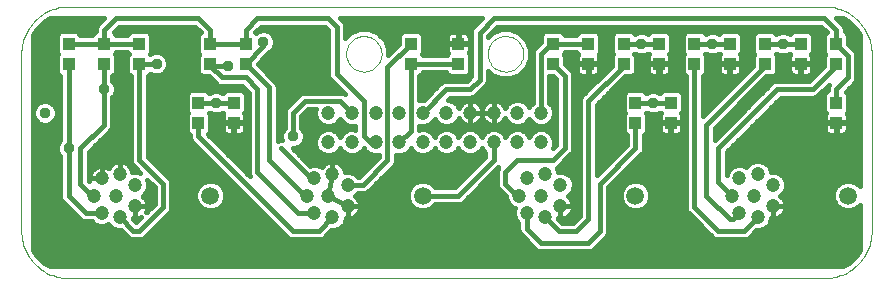
<source format=gtl>
G75*
G70*
%OFA0B0*%
%FSLAX24Y24*%
%IPPOS*%
%LPD*%
%AMOC8*
5,1,8,0,0,1.08239X$1,22.5*
%
%ADD10C,0.0000*%
%ADD11C,0.0472*%
%ADD12C,0.0591*%
%ADD13R,0.0394X0.0433*%
%ADD14C,0.0160*%
%ADD15C,0.0376*%
D10*
X018011Y001676D02*
X018011Y007581D01*
X018013Y007658D01*
X018019Y007735D01*
X018028Y007812D01*
X018041Y007888D01*
X018058Y007964D01*
X018079Y008038D01*
X018103Y008112D01*
X018131Y008184D01*
X018162Y008254D01*
X018197Y008323D01*
X018235Y008391D01*
X018276Y008456D01*
X018321Y008519D01*
X018369Y008580D01*
X018419Y008639D01*
X018472Y008695D01*
X018528Y008748D01*
X018587Y008798D01*
X018648Y008846D01*
X018711Y008891D01*
X018776Y008932D01*
X018844Y008970D01*
X018913Y009005D01*
X018983Y009036D01*
X019055Y009064D01*
X019129Y009088D01*
X019203Y009109D01*
X019279Y009126D01*
X019355Y009139D01*
X019432Y009148D01*
X019509Y009154D01*
X019586Y009156D01*
X044782Y009156D01*
X044859Y009154D01*
X044936Y009148D01*
X045013Y009139D01*
X045089Y009126D01*
X045165Y009109D01*
X045239Y009088D01*
X045313Y009064D01*
X045385Y009036D01*
X045455Y009005D01*
X045524Y008970D01*
X045592Y008932D01*
X045657Y008891D01*
X045720Y008846D01*
X045781Y008798D01*
X045840Y008748D01*
X045896Y008695D01*
X045949Y008639D01*
X045999Y008580D01*
X046047Y008519D01*
X046092Y008456D01*
X046133Y008391D01*
X046171Y008323D01*
X046206Y008254D01*
X046237Y008184D01*
X046265Y008112D01*
X046289Y008038D01*
X046310Y007964D01*
X046327Y007888D01*
X046340Y007812D01*
X046349Y007735D01*
X046355Y007658D01*
X046357Y007581D01*
X046357Y001676D01*
X046355Y001599D01*
X046349Y001522D01*
X046340Y001445D01*
X046327Y001369D01*
X046310Y001293D01*
X046289Y001219D01*
X046265Y001145D01*
X046237Y001073D01*
X046206Y001003D01*
X046171Y000934D01*
X046133Y000866D01*
X046092Y000801D01*
X046047Y000738D01*
X045999Y000677D01*
X045949Y000618D01*
X045896Y000562D01*
X045840Y000509D01*
X045781Y000459D01*
X045720Y000411D01*
X045657Y000366D01*
X045592Y000325D01*
X045524Y000287D01*
X045455Y000252D01*
X045385Y000221D01*
X045313Y000193D01*
X045239Y000169D01*
X045165Y000148D01*
X045089Y000131D01*
X045013Y000118D01*
X044936Y000109D01*
X044859Y000103D01*
X044782Y000101D01*
X019586Y000101D01*
X019509Y000103D01*
X019432Y000109D01*
X019355Y000118D01*
X019279Y000131D01*
X019203Y000148D01*
X019129Y000169D01*
X019055Y000193D01*
X018983Y000221D01*
X018913Y000252D01*
X018844Y000287D01*
X018776Y000325D01*
X018711Y000366D01*
X018648Y000411D01*
X018587Y000459D01*
X018528Y000509D01*
X018472Y000562D01*
X018419Y000618D01*
X018369Y000677D01*
X018321Y000738D01*
X018276Y000801D01*
X018235Y000866D01*
X018197Y000934D01*
X018162Y001003D01*
X018131Y001073D01*
X018103Y001145D01*
X018079Y001219D01*
X018058Y001293D01*
X018041Y001369D01*
X018028Y001445D01*
X018019Y001522D01*
X018013Y001599D01*
X018011Y001676D01*
X028837Y007581D02*
X028839Y007629D01*
X028845Y007677D01*
X028855Y007724D01*
X028868Y007770D01*
X028886Y007815D01*
X028906Y007859D01*
X028931Y007901D01*
X028959Y007940D01*
X028989Y007977D01*
X029023Y008011D01*
X029060Y008043D01*
X029098Y008072D01*
X029139Y008097D01*
X029182Y008119D01*
X029227Y008137D01*
X029273Y008151D01*
X029320Y008162D01*
X029368Y008169D01*
X029416Y008172D01*
X029464Y008171D01*
X029512Y008166D01*
X029560Y008157D01*
X029606Y008145D01*
X029651Y008128D01*
X029695Y008108D01*
X029737Y008085D01*
X029777Y008058D01*
X029815Y008028D01*
X029850Y007995D01*
X029882Y007959D01*
X029912Y007921D01*
X029938Y007880D01*
X029960Y007837D01*
X029980Y007793D01*
X029995Y007748D01*
X030007Y007701D01*
X030015Y007653D01*
X030019Y007605D01*
X030019Y007557D01*
X030015Y007509D01*
X030007Y007461D01*
X029995Y007414D01*
X029980Y007369D01*
X029960Y007325D01*
X029938Y007282D01*
X029912Y007241D01*
X029882Y007203D01*
X029850Y007167D01*
X029815Y007134D01*
X029777Y007104D01*
X029737Y007077D01*
X029695Y007054D01*
X029651Y007034D01*
X029606Y007017D01*
X029560Y007005D01*
X029512Y006996D01*
X029464Y006991D01*
X029416Y006990D01*
X029368Y006993D01*
X029320Y007000D01*
X029273Y007011D01*
X029227Y007025D01*
X029182Y007043D01*
X029139Y007065D01*
X029098Y007090D01*
X029060Y007119D01*
X029023Y007151D01*
X028989Y007185D01*
X028959Y007222D01*
X028931Y007261D01*
X028906Y007303D01*
X028886Y007347D01*
X028868Y007392D01*
X028855Y007438D01*
X028845Y007485D01*
X028839Y007533D01*
X028837Y007581D01*
X033561Y007581D02*
X033563Y007629D01*
X033569Y007677D01*
X033579Y007724D01*
X033592Y007770D01*
X033610Y007815D01*
X033630Y007859D01*
X033655Y007901D01*
X033683Y007940D01*
X033713Y007977D01*
X033747Y008011D01*
X033784Y008043D01*
X033822Y008072D01*
X033863Y008097D01*
X033906Y008119D01*
X033951Y008137D01*
X033997Y008151D01*
X034044Y008162D01*
X034092Y008169D01*
X034140Y008172D01*
X034188Y008171D01*
X034236Y008166D01*
X034284Y008157D01*
X034330Y008145D01*
X034375Y008128D01*
X034419Y008108D01*
X034461Y008085D01*
X034501Y008058D01*
X034539Y008028D01*
X034574Y007995D01*
X034606Y007959D01*
X034636Y007921D01*
X034662Y007880D01*
X034684Y007837D01*
X034704Y007793D01*
X034719Y007748D01*
X034731Y007701D01*
X034739Y007653D01*
X034743Y007605D01*
X034743Y007557D01*
X034739Y007509D01*
X034731Y007461D01*
X034719Y007414D01*
X034704Y007369D01*
X034684Y007325D01*
X034662Y007282D01*
X034636Y007241D01*
X034606Y007203D01*
X034574Y007167D01*
X034539Y007134D01*
X034501Y007104D01*
X034461Y007077D01*
X034419Y007054D01*
X034375Y007034D01*
X034330Y007017D01*
X034284Y007005D01*
X034236Y006996D01*
X034188Y006991D01*
X034140Y006990D01*
X034092Y006993D01*
X034044Y007000D01*
X033997Y007011D01*
X033951Y007025D01*
X033906Y007043D01*
X033863Y007065D01*
X033822Y007090D01*
X033784Y007119D01*
X033747Y007151D01*
X033713Y007185D01*
X033683Y007222D01*
X033655Y007261D01*
X033630Y007303D01*
X033610Y007347D01*
X033592Y007392D01*
X033579Y007438D01*
X033569Y007485D01*
X033563Y007533D01*
X033561Y007581D01*
D11*
X033759Y005613D03*
X034546Y005613D03*
X035334Y005613D03*
X035334Y004628D03*
X034546Y004628D03*
X033759Y004628D03*
X032971Y004628D03*
X032184Y004628D03*
X031397Y004628D03*
X030609Y004628D03*
X029822Y004628D03*
X029034Y004628D03*
X028247Y004628D03*
X028247Y005613D03*
X029034Y005613D03*
X029822Y005613D03*
X030609Y005613D03*
X031397Y005613D03*
X032184Y005613D03*
X032971Y005613D03*
X035471Y003585D03*
X034861Y003428D03*
X035983Y003211D03*
X035334Y002857D03*
X035983Y002502D03*
X035471Y002128D03*
X034861Y002286D03*
X034605Y002857D03*
X028897Y003211D03*
X028385Y003585D03*
X027774Y003428D03*
X027519Y002857D03*
X028247Y002857D03*
X028897Y002502D03*
X028385Y002128D03*
X027774Y002286D03*
X021810Y002502D03*
X021160Y002857D03*
X020432Y002857D03*
X020688Y002286D03*
X021298Y002128D03*
X021810Y003211D03*
X021298Y003585D03*
X020688Y003428D03*
X041692Y002857D03*
X041948Y002286D03*
X042558Y002128D03*
X043070Y002502D03*
X042420Y002857D03*
X043070Y003211D03*
X042558Y003585D03*
X041948Y003428D03*
D12*
X038483Y002857D03*
X031397Y002857D03*
X024310Y002857D03*
X045570Y002857D03*
D13*
X045176Y005278D03*
X045176Y005947D03*
X045176Y007246D03*
X045176Y007916D03*
X043995Y007916D03*
X042814Y007916D03*
X042814Y007246D03*
X043995Y007246D03*
X041633Y007246D03*
X040452Y007246D03*
X040452Y007916D03*
X041633Y007916D03*
X039271Y007916D03*
X039271Y007246D03*
X038089Y007246D03*
X036908Y007246D03*
X036908Y007916D03*
X038089Y007916D03*
X035727Y007916D03*
X035727Y007246D03*
X032578Y007246D03*
X032578Y007916D03*
X031003Y007916D03*
X031003Y007246D03*
X025491Y007246D03*
X024310Y007246D03*
X024310Y007916D03*
X025491Y007916D03*
X021948Y007916D03*
X021948Y007246D03*
X020767Y007246D03*
X019586Y007246D03*
X019586Y007916D03*
X020767Y007916D03*
X023916Y005947D03*
X023916Y005278D03*
X025097Y005278D03*
X025097Y005947D03*
X038483Y005947D03*
X038483Y005278D03*
X039664Y005278D03*
X039664Y005947D03*
D14*
X039074Y005947D01*
X038483Y005947D01*
X038086Y005967D02*
X037265Y005967D01*
X037188Y005890D02*
X038128Y006830D01*
X038369Y006830D01*
X038486Y006947D01*
X038486Y007546D01*
X038451Y007581D01*
X038458Y007589D01*
X038460Y007587D01*
X038603Y007528D01*
X038757Y007528D01*
X038900Y007587D01*
X038902Y007589D01*
X038925Y007565D01*
X038906Y007532D01*
X038894Y007487D01*
X038894Y007265D01*
X039252Y007265D01*
X039252Y007228D01*
X038894Y007228D01*
X038894Y007006D01*
X038906Y006960D01*
X038930Y006919D01*
X038963Y006886D01*
X039004Y006862D01*
X039050Y006850D01*
X039252Y006850D01*
X039252Y007228D01*
X039289Y007228D01*
X039289Y007265D01*
X039647Y007265D01*
X039647Y007487D01*
X039635Y007532D01*
X039616Y007565D01*
X039667Y007616D01*
X039667Y008215D01*
X039550Y008332D01*
X038991Y008332D01*
X038902Y008243D01*
X038900Y008245D01*
X038757Y008304D01*
X038603Y008304D01*
X038460Y008245D01*
X038458Y008243D01*
X038369Y008332D01*
X037810Y008332D01*
X037693Y008215D01*
X037693Y007616D01*
X037728Y007581D01*
X037693Y007546D01*
X037693Y007186D01*
X036671Y006165D01*
X036628Y006062D01*
X036628Y005951D01*
X036628Y002185D01*
X036399Y001956D01*
X036040Y001956D01*
X035908Y002088D01*
X035908Y002093D01*
X035950Y002086D01*
X035983Y002086D01*
X035983Y002502D01*
X035983Y002502D01*
X035983Y002086D01*
X036016Y002086D01*
X036081Y002096D01*
X036143Y002117D01*
X036201Y002146D01*
X036254Y002185D01*
X036301Y002231D01*
X036339Y002284D01*
X036369Y002343D01*
X036389Y002405D01*
X036399Y002470D01*
X036399Y002502D01*
X035984Y002502D01*
X035984Y002503D01*
X036399Y002503D01*
X036399Y002535D01*
X036389Y002600D01*
X036369Y002662D01*
X036339Y002720D01*
X036301Y002774D01*
X036254Y002820D01*
X036227Y002840D01*
X036230Y002841D01*
X036353Y002964D01*
X036419Y003124D01*
X036419Y003298D01*
X036353Y003458D01*
X036230Y003581D01*
X036070Y003647D01*
X035908Y003647D01*
X035908Y003672D01*
X035859Y003789D01*
X035886Y003800D01*
X036280Y004194D01*
X036358Y004273D01*
X036401Y004376D01*
X036401Y006797D01*
X036401Y006908D01*
X036358Y007011D01*
X036124Y007246D01*
X036124Y007546D01*
X036089Y007581D01*
X036124Y007616D01*
X036124Y007636D01*
X036511Y007636D01*
X036511Y007616D01*
X036563Y007565D01*
X036544Y007532D01*
X036531Y007487D01*
X036531Y007265D01*
X036890Y007265D01*
X036890Y007228D01*
X036927Y007228D01*
X036927Y007265D01*
X037285Y007265D01*
X037285Y007487D01*
X037273Y007532D01*
X037254Y007565D01*
X037305Y007616D01*
X037305Y008215D01*
X037188Y008332D01*
X036629Y008332D01*
X036511Y008215D01*
X036511Y008196D01*
X036124Y008196D01*
X036124Y008215D01*
X036007Y008332D01*
X035448Y008332D01*
X035330Y008215D01*
X035330Y007974D01*
X035175Y007818D01*
X035096Y007740D01*
X035054Y007637D01*
X035054Y005949D01*
X034964Y005860D01*
X034940Y005802D01*
X034916Y005860D01*
X034793Y005982D01*
X034633Y006049D01*
X034459Y006049D01*
X034299Y005982D01*
X034176Y005860D01*
X034142Y005777D01*
X034115Y005831D01*
X034076Y005884D01*
X034030Y005930D01*
X033977Y005969D01*
X033919Y005998D01*
X033856Y006019D01*
X033791Y006029D01*
X033759Y006029D01*
X033759Y005613D01*
X033759Y005613D01*
X033759Y006029D01*
X033726Y006029D01*
X033661Y006019D01*
X033599Y005998D01*
X033541Y005969D01*
X033488Y005930D01*
X033441Y005884D01*
X033403Y005831D01*
X033373Y005772D01*
X033365Y005748D01*
X033357Y005772D01*
X033327Y005831D01*
X033289Y005884D01*
X033242Y005930D01*
X033189Y005969D01*
X033131Y005998D01*
X033069Y006019D01*
X033004Y006029D01*
X032971Y006029D01*
X032939Y006029D01*
X032874Y006019D01*
X032812Y005998D01*
X032753Y005969D01*
X032700Y005930D01*
X032654Y005884D01*
X032615Y005831D01*
X032588Y005777D01*
X032554Y005860D01*
X032431Y005982D01*
X032271Y006049D01*
X032229Y006049D01*
X032300Y006120D01*
X032916Y006120D01*
X033027Y006120D01*
X033130Y006163D01*
X033445Y006478D01*
X033524Y006556D01*
X033566Y006659D01*
X033566Y007007D01*
X033688Y006885D01*
X033989Y006761D01*
X034316Y006761D01*
X034617Y006885D01*
X034848Y007116D01*
X034973Y007418D01*
X034973Y007744D01*
X034848Y008046D01*
X034617Y008277D01*
X034316Y008402D01*
X033989Y008402D01*
X033688Y008277D01*
X033566Y008155D01*
X033566Y008174D01*
X033875Y008482D01*
X044666Y008482D01*
X044856Y008292D01*
X044779Y008215D01*
X044779Y007616D01*
X044814Y007581D01*
X044779Y007546D01*
X044779Y007186D01*
X044273Y006680D01*
X043152Y006680D01*
X043049Y006637D01*
X042970Y006559D01*
X041125Y004714D01*
X041125Y005103D01*
X042852Y006830D01*
X043094Y006830D01*
X043211Y006947D01*
X043211Y007546D01*
X043175Y007581D01*
X043183Y007589D01*
X043185Y007587D01*
X043327Y007528D01*
X043482Y007528D01*
X043624Y007587D01*
X043626Y007589D01*
X043649Y007565D01*
X043630Y007532D01*
X043618Y007487D01*
X043618Y007265D01*
X043976Y007265D01*
X043976Y007228D01*
X043618Y007228D01*
X043618Y007006D01*
X043630Y006960D01*
X043654Y006919D01*
X043688Y006886D01*
X043729Y006862D01*
X043774Y006850D01*
X043976Y006850D01*
X043976Y007228D01*
X044013Y007228D01*
X044013Y006850D01*
X044216Y006850D01*
X044261Y006862D01*
X044302Y006886D01*
X044336Y006919D01*
X044359Y006960D01*
X044372Y007006D01*
X044372Y007228D01*
X044014Y007228D01*
X044014Y007265D01*
X044372Y007265D01*
X044372Y007487D01*
X044359Y007532D01*
X044341Y007565D01*
X044392Y007616D01*
X044392Y008215D01*
X044275Y008332D01*
X043715Y008332D01*
X043626Y008243D01*
X043624Y008245D01*
X043482Y008304D01*
X043327Y008304D01*
X043185Y008245D01*
X043183Y008243D01*
X043094Y008332D01*
X042534Y008332D01*
X042417Y008215D01*
X042417Y007616D01*
X042452Y007581D01*
X042417Y007546D01*
X042417Y007186D01*
X040732Y005501D01*
X040732Y006830D01*
X040848Y006947D01*
X040848Y007546D01*
X040813Y007581D01*
X040821Y007589D01*
X040822Y007587D01*
X040965Y007528D01*
X041119Y007528D01*
X041262Y007587D01*
X041264Y007589D01*
X041287Y007565D01*
X041268Y007532D01*
X041256Y007487D01*
X041256Y007265D01*
X041614Y007265D01*
X041614Y007228D01*
X041256Y007228D01*
X041256Y007006D01*
X041268Y006960D01*
X041292Y006919D01*
X041325Y006886D01*
X041366Y006862D01*
X041412Y006850D01*
X041614Y006850D01*
X041614Y007228D01*
X041651Y007228D01*
X041651Y006850D01*
X041853Y006850D01*
X041899Y006862D01*
X041940Y006886D01*
X041974Y006919D01*
X041997Y006960D01*
X042010Y007006D01*
X042010Y007228D01*
X041651Y007228D01*
X041651Y007265D01*
X042010Y007265D01*
X042010Y007487D01*
X041997Y007532D01*
X041978Y007565D01*
X042030Y007616D01*
X042030Y008215D01*
X041912Y008332D01*
X041353Y008332D01*
X041264Y008243D01*
X041262Y008245D01*
X041119Y008304D01*
X040965Y008304D01*
X040822Y008245D01*
X040821Y008243D01*
X040731Y008332D01*
X040172Y008332D01*
X040055Y008215D01*
X040055Y007616D01*
X040090Y007581D01*
X040055Y007546D01*
X040055Y006947D01*
X040172Y006830D01*
X040172Y002407D01*
X040214Y002304D01*
X040293Y002226D01*
X041080Y001438D01*
X041183Y001396D01*
X041295Y001396D01*
X042161Y001396D01*
X042264Y001438D01*
X042343Y001517D01*
X042518Y001692D01*
X042645Y001692D01*
X042805Y001759D01*
X042928Y001881D01*
X042994Y002042D01*
X042994Y002093D01*
X043037Y002086D01*
X043070Y002086D01*
X043103Y002086D01*
X043167Y002096D01*
X043230Y002117D01*
X043288Y002146D01*
X043341Y002185D01*
X043387Y002231D01*
X043426Y002284D01*
X043455Y002343D01*
X043476Y002405D01*
X043486Y002470D01*
X043486Y002502D01*
X043070Y002502D01*
X043070Y002086D01*
X043070Y002502D01*
X043070Y002502D01*
X043070Y002503D01*
X043486Y002503D01*
X043486Y002535D01*
X043476Y002600D01*
X043455Y002662D01*
X043426Y002720D01*
X043387Y002774D01*
X043341Y002820D01*
X043313Y002840D01*
X043317Y002841D01*
X043440Y002964D01*
X043506Y003124D01*
X043506Y003298D01*
X043440Y003458D01*
X043317Y003581D01*
X043157Y003647D01*
X042994Y003647D01*
X042994Y003672D01*
X042928Y003832D01*
X042805Y003955D01*
X042645Y004021D01*
X042471Y004021D01*
X042311Y003955D01*
X042188Y003832D01*
X042177Y003805D01*
X042034Y003864D01*
X041861Y003864D01*
X041701Y003797D01*
X041578Y003675D01*
X041519Y003532D01*
X041519Y004316D01*
X043324Y006120D01*
X044333Y006120D01*
X044444Y006120D01*
X044547Y006163D01*
X044936Y006551D01*
X044896Y006456D01*
X044896Y006363D01*
X044779Y006247D01*
X044779Y005648D01*
X044830Y005597D01*
X044811Y005564D01*
X044799Y005518D01*
X044799Y005296D01*
X045157Y005296D01*
X045157Y005259D01*
X044799Y005259D01*
X044799Y005038D01*
X044811Y004992D01*
X044835Y004951D01*
X044869Y004917D01*
X044910Y004894D01*
X044955Y004881D01*
X045158Y004881D01*
X045158Y005259D01*
X045194Y005259D01*
X045194Y004881D01*
X045397Y004881D01*
X045442Y004894D01*
X045483Y004917D01*
X045517Y004951D01*
X045541Y004992D01*
X045553Y005038D01*
X045553Y005259D01*
X045195Y005259D01*
X045195Y005296D01*
X045553Y005296D01*
X045553Y005518D01*
X045541Y005564D01*
X045522Y005597D01*
X045573Y005648D01*
X045573Y006247D01*
X045496Y006324D01*
X045728Y006556D01*
X045807Y006635D01*
X045850Y006738D01*
X045850Y007466D01*
X045850Y007578D01*
X045807Y007681D01*
X045573Y007915D01*
X045573Y008215D01*
X045456Y008332D01*
X045456Y008424D01*
X045413Y008527D01*
X045335Y008606D01*
X045178Y008762D01*
X045403Y008762D01*
X045601Y008648D01*
X045849Y008400D01*
X045963Y008202D01*
X045963Y003163D01*
X045850Y003277D01*
X045668Y003352D01*
X045471Y003352D01*
X045289Y003277D01*
X045150Y003137D01*
X045074Y002955D01*
X045074Y002758D01*
X045150Y002576D01*
X045289Y002437D01*
X045471Y002361D01*
X045668Y002361D01*
X045850Y002437D01*
X045963Y002550D01*
X045963Y001055D01*
X045849Y000857D01*
X045601Y000609D01*
X045403Y000494D01*
X018965Y000494D01*
X018767Y000609D01*
X018519Y000857D01*
X018404Y001055D01*
X018404Y008202D01*
X018519Y008400D01*
X018767Y008648D01*
X018965Y008762D01*
X020764Y008762D01*
X020529Y008527D01*
X020487Y008424D01*
X020487Y008332D01*
X020370Y008215D01*
X020370Y008196D01*
X019982Y008196D01*
X019982Y008215D01*
X019865Y008332D01*
X019306Y008332D01*
X019189Y008215D01*
X019189Y007616D01*
X019224Y007581D01*
X019189Y007546D01*
X019189Y006947D01*
X019306Y006830D01*
X019306Y004700D01*
X019256Y004651D01*
X019197Y004509D01*
X019197Y004354D01*
X019256Y004212D01*
X019306Y004163D01*
X019306Y003982D01*
X019306Y002801D01*
X019348Y002698D01*
X019427Y002619D01*
X019998Y002048D01*
X020101Y002006D01*
X020212Y002006D01*
X020351Y002006D01*
X020441Y001916D01*
X020601Y001850D01*
X020775Y001850D01*
X020917Y001909D01*
X020928Y001881D01*
X021051Y001759D01*
X021211Y001692D01*
X021338Y001692D01*
X021592Y001438D01*
X021695Y001396D01*
X021807Y001396D01*
X021892Y001396D01*
X022003Y001396D01*
X022106Y001438D01*
X022894Y002226D01*
X022972Y002304D01*
X023015Y002407D01*
X023015Y003195D01*
X023015Y003306D01*
X022972Y003409D01*
X022228Y004154D01*
X022228Y006830D01*
X022311Y006914D01*
X022445Y006858D01*
X022600Y006858D01*
X022742Y006917D01*
X022851Y007027D01*
X022911Y007169D01*
X022911Y007324D01*
X022851Y007466D01*
X022742Y007575D01*
X022600Y007635D01*
X022445Y007635D01*
X022311Y007579D01*
X022309Y007581D01*
X022345Y007616D01*
X022345Y008215D01*
X022227Y008332D01*
X021668Y008332D01*
X021551Y008215D01*
X021551Y008196D01*
X021163Y008196D01*
X021163Y008215D01*
X021086Y008292D01*
X021276Y008482D01*
X023800Y008482D01*
X023990Y008292D01*
X023913Y008215D01*
X023913Y007616D01*
X023948Y007581D01*
X023913Y007546D01*
X023913Y006947D01*
X024030Y006830D01*
X024271Y006830D01*
X024466Y006635D01*
X024545Y006556D01*
X024648Y006514D01*
X025375Y006514D01*
X025605Y006284D01*
X025457Y006284D01*
X025494Y006247D02*
X025377Y006364D01*
X024818Y006364D01*
X024728Y006274D01*
X024727Y006276D01*
X024584Y006335D01*
X024430Y006335D01*
X024287Y006276D01*
X024285Y006274D01*
X024196Y006364D01*
X023636Y006364D01*
X023519Y006247D01*
X023519Y005648D01*
X023555Y005613D01*
X023519Y005577D01*
X023519Y004979D01*
X023636Y004862D01*
X023636Y004769D01*
X023679Y004667D01*
X023758Y004588D01*
X026907Y001438D01*
X027010Y001396D01*
X027121Y001396D01*
X027876Y001396D01*
X027988Y001396D01*
X028091Y001438D01*
X028344Y001692D01*
X028471Y001692D01*
X028632Y001759D01*
X028754Y001881D01*
X028821Y002042D01*
X028821Y002093D01*
X028864Y002086D01*
X028896Y002086D01*
X028896Y002502D01*
X028897Y002502D01*
X028897Y002503D01*
X029313Y002503D01*
X029313Y002535D01*
X029302Y002600D01*
X029282Y002662D01*
X029252Y002720D01*
X029214Y002774D01*
X029168Y002820D01*
X029140Y002840D01*
X029144Y002841D01*
X029233Y002931D01*
X029444Y002931D01*
X029547Y002974D01*
X029626Y003052D01*
X030453Y003879D01*
X030495Y003982D01*
X030495Y004093D01*
X030495Y004203D01*
X030522Y004192D01*
X030696Y004192D01*
X030856Y004259D01*
X030979Y004381D01*
X031003Y004439D01*
X031027Y004381D01*
X031149Y004259D01*
X031310Y004192D01*
X031483Y004192D01*
X031644Y004259D01*
X031766Y004381D01*
X031790Y004439D01*
X031814Y004381D01*
X031937Y004259D01*
X032097Y004192D01*
X032271Y004192D01*
X032431Y004259D01*
X032554Y004381D01*
X032578Y004439D01*
X032602Y004381D01*
X032724Y004259D01*
X032885Y004192D01*
X033058Y004192D01*
X033218Y004259D01*
X033341Y004381D01*
X033365Y004439D01*
X033389Y004381D01*
X033479Y004291D01*
X033479Y004154D01*
X032462Y003137D01*
X031817Y003137D01*
X031816Y003137D01*
X031677Y003277D01*
X031495Y003352D01*
X031298Y003352D01*
X031116Y003277D01*
X030977Y003137D01*
X030901Y002955D01*
X030901Y002758D01*
X030977Y002576D01*
X031116Y002437D01*
X031298Y002361D01*
X031495Y002361D01*
X031677Y002437D01*
X031816Y002576D01*
X031817Y002577D01*
X032522Y002577D01*
X032633Y002577D01*
X032736Y002619D01*
X033912Y003795D01*
X033872Y003700D01*
X033872Y003306D01*
X033872Y003195D01*
X033915Y003092D01*
X034169Y002838D01*
X034169Y002770D01*
X034235Y002610D01*
X034358Y002487D01*
X034456Y002447D01*
X034425Y002373D01*
X034425Y002199D01*
X034491Y002039D01*
X034581Y001949D01*
X034581Y001810D01*
X034581Y001699D01*
X034624Y001596D01*
X035096Y001123D01*
X035175Y001045D01*
X035278Y001002D01*
X036853Y001002D01*
X036964Y001002D01*
X037067Y001045D01*
X037461Y001438D01*
X037539Y001517D01*
X037582Y001620D01*
X037582Y003134D01*
X038642Y004194D01*
X038720Y004273D01*
X038763Y004376D01*
X038763Y004862D01*
X038880Y004979D01*
X038880Y005577D01*
X038845Y005613D01*
X038852Y005620D01*
X038854Y005618D01*
X038996Y005559D01*
X039151Y005559D01*
X039294Y005618D01*
X039295Y005620D01*
X039319Y005597D01*
X039300Y005564D01*
X039287Y005518D01*
X039287Y005296D01*
X039646Y005296D01*
X039646Y005259D01*
X039683Y005259D01*
X039683Y004881D01*
X039885Y004881D01*
X039931Y004894D01*
X039972Y004917D01*
X040005Y004951D01*
X040029Y004992D01*
X040041Y005038D01*
X040041Y005259D01*
X039683Y005259D01*
X039683Y005296D01*
X040041Y005296D01*
X040041Y005518D01*
X040029Y005564D01*
X040010Y005597D01*
X040061Y005648D01*
X040061Y006247D01*
X039944Y006364D01*
X039385Y006364D01*
X039295Y006274D01*
X039294Y006276D01*
X039151Y006335D01*
X038996Y006335D01*
X038854Y006276D01*
X038852Y006274D01*
X038763Y006364D01*
X038203Y006364D01*
X038086Y006247D01*
X038086Y005648D01*
X038122Y005613D01*
X038086Y005577D01*
X038086Y004979D01*
X038203Y004862D01*
X038203Y004547D01*
X037188Y003533D01*
X037188Y005890D01*
X037188Y005808D02*
X038086Y005808D01*
X038086Y005650D02*
X037188Y005650D01*
X037188Y005491D02*
X038086Y005491D01*
X038086Y005333D02*
X037188Y005333D01*
X037188Y005174D02*
X038086Y005174D01*
X038086Y005016D02*
X037188Y005016D01*
X037188Y004857D02*
X038203Y004857D01*
X038203Y004699D02*
X037188Y004699D01*
X037188Y004540D02*
X038196Y004540D01*
X038037Y004381D02*
X037188Y004381D01*
X037188Y004223D02*
X037879Y004223D01*
X037720Y004064D02*
X037188Y004064D01*
X037188Y003906D02*
X037562Y003906D01*
X037403Y003747D02*
X037188Y003747D01*
X037188Y003589D02*
X037244Y003589D01*
X037878Y003430D02*
X040172Y003430D01*
X040172Y003272D02*
X038769Y003272D01*
X038764Y003277D02*
X038582Y003352D01*
X038385Y003352D01*
X038203Y003277D01*
X038063Y003137D01*
X037988Y002955D01*
X037988Y002758D01*
X038063Y002576D01*
X038203Y002437D01*
X038385Y002361D01*
X038582Y002361D01*
X038764Y002437D01*
X038903Y002576D01*
X038978Y002758D01*
X038978Y002955D01*
X038903Y003137D01*
X038764Y003277D01*
X038913Y003113D02*
X040172Y003113D01*
X040172Y002955D02*
X038978Y002955D01*
X038978Y002796D02*
X040172Y002796D01*
X040172Y002637D02*
X038928Y002637D01*
X038806Y002479D02*
X040172Y002479D01*
X040208Y002320D02*
X037582Y002320D01*
X037582Y002162D02*
X040357Y002162D01*
X040515Y002003D02*
X037582Y002003D01*
X037582Y001845D02*
X040674Y001845D01*
X040832Y001686D02*
X037582Y001686D01*
X037544Y001528D02*
X040991Y001528D01*
X041239Y001676D02*
X040452Y002463D01*
X040452Y007246D01*
X040848Y007235D02*
X041614Y007235D01*
X041651Y007235D02*
X042417Y007235D01*
X042417Y007394D02*
X042010Y007394D01*
X041986Y007552D02*
X042424Y007552D01*
X042417Y007711D02*
X042030Y007711D01*
X042030Y007869D02*
X042417Y007869D01*
X042417Y008028D02*
X042030Y008028D01*
X042030Y008186D02*
X042417Y008186D01*
X042814Y007916D02*
X043404Y007916D01*
X043995Y007916D01*
X044392Y007869D02*
X044779Y007869D01*
X044779Y007711D02*
X044392Y007711D01*
X044348Y007552D02*
X044786Y007552D01*
X044779Y007394D02*
X044372Y007394D01*
X044372Y007077D02*
X044669Y007077D01*
X044779Y007235D02*
X044014Y007235D01*
X043976Y007235D02*
X043211Y007235D01*
X043211Y007077D02*
X043618Y007077D01*
X043655Y006918D02*
X043182Y006918D01*
X043013Y006601D02*
X042623Y006601D01*
X042465Y006443D02*
X042854Y006443D01*
X042696Y006284D02*
X042306Y006284D01*
X042148Y006125D02*
X042537Y006125D01*
X042379Y005967D02*
X041989Y005967D01*
X041831Y005808D02*
X042220Y005808D01*
X042061Y005650D02*
X041672Y005650D01*
X041514Y005491D02*
X041903Y005491D01*
X041744Y005333D02*
X041355Y005333D01*
X041197Y005174D02*
X041586Y005174D01*
X041427Y005016D02*
X041125Y005016D01*
X041125Y004857D02*
X041269Y004857D01*
X041744Y004540D02*
X045963Y004540D01*
X045963Y004699D02*
X041902Y004699D01*
X042061Y004857D02*
X045963Y004857D01*
X045963Y005016D02*
X045547Y005016D01*
X045553Y005174D02*
X045963Y005174D01*
X045963Y005333D02*
X045553Y005333D01*
X045553Y005491D02*
X045963Y005491D01*
X045963Y005650D02*
X045573Y005650D01*
X045573Y005808D02*
X045963Y005808D01*
X045963Y005967D02*
X045573Y005967D01*
X045573Y006125D02*
X045963Y006125D01*
X045963Y006284D02*
X045536Y006284D01*
X045614Y006443D02*
X045963Y006443D01*
X045963Y006601D02*
X045773Y006601D01*
X045850Y006760D02*
X045963Y006760D01*
X045963Y006918D02*
X045850Y006918D01*
X045850Y007077D02*
X045963Y007077D01*
X045963Y007235D02*
X045850Y007235D01*
X045850Y007394D02*
X045963Y007394D01*
X045963Y007552D02*
X045850Y007552D01*
X045777Y007711D02*
X045963Y007711D01*
X045963Y007869D02*
X045618Y007869D01*
X045573Y008028D02*
X045963Y008028D01*
X045963Y008186D02*
X045573Y008186D01*
X045456Y008345D02*
X045881Y008345D01*
X045745Y008504D02*
X045423Y008504D01*
X045278Y008662D02*
X045577Y008662D01*
X045176Y008369D02*
X045176Y007916D01*
X045570Y007522D01*
X045570Y006794D01*
X045176Y006400D01*
X045176Y005947D01*
X044779Y005967D02*
X043170Y005967D01*
X043012Y005808D02*
X044779Y005808D01*
X044779Y005650D02*
X042853Y005650D01*
X042695Y005491D02*
X044799Y005491D01*
X044799Y005333D02*
X042536Y005333D01*
X042378Y005174D02*
X044799Y005174D01*
X044805Y005016D02*
X042219Y005016D01*
X041585Y004381D02*
X045963Y004381D01*
X045963Y004223D02*
X041519Y004223D01*
X041519Y004064D02*
X045963Y004064D01*
X045963Y003906D02*
X042854Y003906D01*
X042963Y003747D02*
X045963Y003747D01*
X045963Y003589D02*
X043298Y003589D01*
X043451Y003430D02*
X045963Y003430D01*
X045963Y003272D02*
X045855Y003272D01*
X045284Y003272D02*
X043506Y003272D01*
X043501Y003113D02*
X045140Y003113D01*
X045074Y002955D02*
X043430Y002955D01*
X043365Y002796D02*
X045074Y002796D01*
X045124Y002637D02*
X043464Y002637D01*
X043486Y002479D02*
X045247Y002479D01*
X045892Y002479D02*
X045963Y002479D01*
X045963Y002320D02*
X043444Y002320D01*
X043309Y002162D02*
X045963Y002162D01*
X045963Y002003D02*
X042978Y002003D01*
X042891Y001845D02*
X045963Y001845D01*
X045963Y001686D02*
X042512Y001686D01*
X042353Y001528D02*
X045963Y001528D01*
X045963Y001369D02*
X037392Y001369D01*
X037233Y001211D02*
X045963Y001211D01*
X045962Y001052D02*
X037074Y001052D01*
X036908Y001282D02*
X037302Y001676D01*
X037302Y003250D01*
X038483Y004431D01*
X038483Y005278D01*
X038880Y005333D02*
X039287Y005333D01*
X039287Y005259D02*
X039287Y005038D01*
X039300Y004992D01*
X039323Y004951D01*
X039357Y004917D01*
X039398Y004894D01*
X039444Y004881D01*
X039646Y004881D01*
X039646Y005259D01*
X039287Y005259D01*
X039287Y005174D02*
X038880Y005174D01*
X038880Y005016D02*
X039293Y005016D01*
X039646Y005016D02*
X039683Y005016D01*
X039683Y005174D02*
X039646Y005174D01*
X040041Y005174D02*
X040172Y005174D01*
X040172Y005016D02*
X040035Y005016D01*
X040172Y004857D02*
X038763Y004857D01*
X038763Y004699D02*
X040172Y004699D01*
X040172Y004540D02*
X038763Y004540D01*
X038763Y004381D02*
X040172Y004381D01*
X040172Y004223D02*
X038671Y004223D01*
X038512Y004064D02*
X040172Y004064D01*
X040172Y003906D02*
X038353Y003906D01*
X038195Y003747D02*
X040172Y003747D01*
X040172Y003589D02*
X038036Y003589D01*
X038198Y003272D02*
X037719Y003272D01*
X037582Y003113D02*
X038053Y003113D01*
X037988Y002955D02*
X037582Y002955D01*
X037582Y002796D02*
X037988Y002796D01*
X038038Y002637D02*
X037582Y002637D01*
X037582Y002479D02*
X038160Y002479D01*
X036908Y002069D02*
X036908Y006006D01*
X038089Y007187D01*
X038089Y007246D01*
X037693Y007235D02*
X036927Y007235D01*
X036927Y007228D02*
X037285Y007228D01*
X037285Y007006D01*
X037273Y006960D01*
X037249Y006919D01*
X037216Y006886D01*
X037175Y006862D01*
X037129Y006850D01*
X036927Y006850D01*
X036927Y007228D01*
X036890Y007228D02*
X036890Y006850D01*
X036688Y006850D01*
X036642Y006862D01*
X036601Y006886D01*
X036567Y006919D01*
X036544Y006960D01*
X036531Y007006D01*
X036531Y007228D01*
X036890Y007228D01*
X036890Y007235D02*
X036134Y007235D01*
X036124Y007394D02*
X036531Y007394D01*
X036555Y007552D02*
X036118Y007552D01*
X035727Y007246D02*
X036121Y006853D01*
X036121Y004431D01*
X035727Y004038D01*
X034546Y004038D01*
X034152Y003644D01*
X034152Y003250D01*
X034546Y002857D01*
X034605Y002857D01*
X034224Y002637D02*
X032754Y002637D01*
X032913Y002796D02*
X034169Y002796D01*
X034052Y002955D02*
X033071Y002955D01*
X033230Y003113D02*
X033906Y003113D01*
X033872Y003272D02*
X033389Y003272D01*
X033547Y003430D02*
X033872Y003430D01*
X033872Y003589D02*
X033706Y003589D01*
X033864Y003747D02*
X033892Y003747D01*
X033759Y004038D02*
X033759Y004628D01*
X034152Y004818D02*
X034129Y004875D01*
X034006Y004998D01*
X033846Y005065D01*
X033672Y005065D01*
X033512Y004998D01*
X033389Y004875D01*
X033365Y004818D01*
X033341Y004875D01*
X033218Y004998D01*
X033058Y005065D01*
X032885Y005065D01*
X032724Y004998D01*
X032602Y004875D01*
X032578Y004818D01*
X032554Y004875D01*
X032431Y004998D01*
X032271Y005065D01*
X032097Y005065D01*
X031937Y004998D01*
X031814Y004875D01*
X031790Y004818D01*
X031766Y004875D01*
X031644Y004998D01*
X031483Y005065D01*
X031310Y005065D01*
X031283Y005053D01*
X031283Y005188D01*
X031310Y005176D01*
X031483Y005176D01*
X031644Y005243D01*
X031766Y005365D01*
X031790Y005423D01*
X031814Y005365D01*
X031937Y005243D01*
X032097Y005176D01*
X032271Y005176D01*
X032431Y005243D01*
X032554Y005365D01*
X032588Y005448D01*
X032615Y005394D01*
X032654Y005341D01*
X032700Y005295D01*
X032753Y005257D01*
X032812Y005227D01*
X032874Y005207D01*
X032939Y005196D01*
X032971Y005196D01*
X032971Y005612D01*
X032971Y005612D01*
X032971Y005196D01*
X033004Y005196D01*
X033069Y005207D01*
X033131Y005227D01*
X033189Y005257D01*
X033242Y005295D01*
X033289Y005341D01*
X033327Y005394D01*
X033357Y005453D01*
X033365Y005477D01*
X033373Y005453D01*
X033403Y005394D01*
X033441Y005341D01*
X033488Y005295D01*
X033541Y005257D01*
X033599Y005227D01*
X033661Y005207D01*
X033726Y005196D01*
X033759Y005196D01*
X033791Y005196D01*
X033856Y005207D01*
X033919Y005227D01*
X033977Y005257D01*
X034030Y005295D01*
X034076Y005341D01*
X034115Y005394D01*
X034142Y005448D01*
X034176Y005365D01*
X034299Y005243D01*
X034459Y005176D01*
X034633Y005176D01*
X034793Y005243D01*
X034916Y005365D01*
X034940Y005423D01*
X034964Y005365D01*
X035086Y005243D01*
X035247Y005176D01*
X035420Y005176D01*
X035581Y005243D01*
X035703Y005365D01*
X035770Y005526D01*
X035770Y005699D01*
X035703Y005860D01*
X035614Y005949D01*
X035614Y006830D01*
X035748Y006830D01*
X035841Y006737D01*
X035841Y004547D01*
X035723Y004430D01*
X035770Y004542D01*
X035770Y004715D01*
X035703Y004875D01*
X035581Y004998D01*
X035420Y005065D01*
X035247Y005065D01*
X035086Y004998D01*
X034964Y004875D01*
X034940Y004818D01*
X034916Y004875D01*
X034793Y004998D01*
X034633Y005065D01*
X034459Y005065D01*
X034299Y004998D01*
X034176Y004875D01*
X034152Y004818D01*
X034136Y004857D02*
X034169Y004857D01*
X034341Y005016D02*
X033964Y005016D01*
X033759Y005196D02*
X033759Y005612D01*
X033759Y005612D01*
X033759Y005196D01*
X033759Y005333D02*
X033759Y005333D01*
X033759Y005491D02*
X033759Y005491D01*
X033758Y005612D02*
X033388Y005612D01*
X032972Y005612D01*
X032972Y005613D01*
X033388Y005613D01*
X033758Y005613D01*
X033758Y005612D01*
X033759Y005650D02*
X033759Y005650D01*
X033759Y005808D02*
X033759Y005808D01*
X033759Y005967D02*
X033759Y005967D01*
X033979Y005967D02*
X034284Y005967D01*
X034155Y005808D02*
X034126Y005808D01*
X033538Y005967D02*
X033192Y005967D01*
X033339Y005808D02*
X033391Y005808D01*
X032971Y005808D02*
X032971Y005808D01*
X032971Y005650D02*
X032971Y005650D01*
X032971Y005613D02*
X032971Y006029D01*
X032971Y005613D01*
X032971Y005613D01*
X032971Y005491D02*
X032971Y005491D01*
X032971Y005333D02*
X032971Y005333D01*
X032663Y005333D02*
X032521Y005333D01*
X032389Y005016D02*
X032767Y005016D01*
X032594Y004857D02*
X032561Y004857D01*
X033176Y005016D02*
X033554Y005016D01*
X033381Y004857D02*
X033349Y004857D01*
X033341Y004381D02*
X033389Y004381D01*
X033479Y004223D02*
X033132Y004223D01*
X033389Y004064D02*
X030495Y004064D01*
X030464Y003906D02*
X033231Y003906D01*
X033072Y003747D02*
X030321Y003747D01*
X030162Y003589D02*
X032914Y003589D01*
X032755Y003430D02*
X030004Y003430D01*
X029845Y003272D02*
X031111Y003272D01*
X030967Y003113D02*
X029687Y003113D01*
X029501Y002955D02*
X030901Y002955D01*
X030901Y002796D02*
X029191Y002796D01*
X029290Y002637D02*
X030951Y002637D01*
X031074Y002479D02*
X029313Y002479D01*
X029313Y002470D02*
X029313Y002502D01*
X028897Y002502D01*
X028897Y002086D01*
X028929Y002086D01*
X028994Y002096D01*
X029056Y002117D01*
X029115Y002146D01*
X029168Y002185D01*
X029214Y002231D01*
X029252Y002284D01*
X029282Y002343D01*
X029302Y002405D01*
X029313Y002470D01*
X029271Y002320D02*
X034425Y002320D01*
X034440Y002162D02*
X029136Y002162D01*
X028897Y002162D02*
X028896Y002162D01*
X028896Y002320D02*
X028897Y002320D01*
X028896Y002479D02*
X028897Y002479D01*
X028904Y002498D02*
X028247Y002857D01*
X028385Y003585D01*
X028384Y003585D01*
X028384Y004001D01*
X028352Y004001D01*
X028287Y003991D01*
X028225Y003971D01*
X028167Y003941D01*
X028114Y003902D01*
X028067Y003856D01*
X028029Y003803D01*
X028024Y003795D01*
X028022Y003797D01*
X027861Y003864D01*
X027688Y003864D01*
X027651Y003849D01*
X027062Y004437D01*
X027143Y004437D01*
X027286Y004496D01*
X027395Y004605D01*
X027454Y004748D01*
X027454Y004902D01*
X027395Y005045D01*
X027346Y005094D01*
X027346Y005497D01*
X027575Y005726D01*
X027822Y005726D01*
X027811Y005699D01*
X027811Y005526D01*
X027877Y005365D01*
X028000Y005243D01*
X028160Y005176D01*
X028334Y005176D01*
X028494Y005243D01*
X028617Y005365D01*
X028641Y005423D01*
X028665Y005365D01*
X028787Y005243D01*
X028948Y005176D01*
X029121Y005176D01*
X029148Y005188D01*
X029148Y005053D01*
X029121Y005065D01*
X028948Y005065D01*
X028787Y004998D01*
X028665Y004875D01*
X028641Y004818D01*
X028617Y004875D01*
X028494Y004998D01*
X028334Y005065D01*
X028160Y005065D01*
X028000Y004998D01*
X027877Y004875D01*
X027811Y004715D01*
X027811Y004542D01*
X027877Y004381D01*
X028000Y004259D01*
X028160Y004192D01*
X028334Y004192D01*
X028494Y004259D01*
X028617Y004381D01*
X028641Y004439D01*
X028665Y004381D01*
X028787Y004259D01*
X028948Y004192D01*
X029121Y004192D01*
X029281Y004259D01*
X029404Y004381D01*
X029425Y004432D01*
X029435Y004422D01*
X029452Y004381D01*
X029575Y004259D01*
X029735Y004192D01*
X029909Y004192D01*
X029935Y004203D01*
X029935Y004154D01*
X029273Y003491D01*
X029233Y003491D01*
X029144Y003581D01*
X028983Y003647D01*
X028810Y003647D01*
X028797Y003642D01*
X028791Y003682D01*
X028770Y003745D01*
X028741Y003803D01*
X028702Y003856D01*
X028656Y003902D01*
X028603Y003941D01*
X028544Y003971D01*
X028482Y003991D01*
X028417Y004001D01*
X028385Y004001D01*
X028385Y003585D01*
X028384Y003589D02*
X028385Y003589D01*
X028384Y003747D02*
X028385Y003747D01*
X028384Y003906D02*
X028385Y003906D01*
X028651Y003906D02*
X029688Y003906D01*
X029846Y004064D02*
X027435Y004064D01*
X027594Y003906D02*
X028118Y003906D01*
X028769Y003747D02*
X029529Y003747D01*
X029370Y003589D02*
X029124Y003589D01*
X028897Y003211D02*
X029389Y003211D01*
X030215Y004038D01*
X030215Y007128D01*
X031003Y007916D01*
X030606Y007915D02*
X030606Y008215D01*
X030723Y008332D01*
X031283Y008332D01*
X031400Y008215D01*
X031400Y007616D01*
X031364Y007581D01*
X031400Y007546D01*
X031400Y007526D01*
X032181Y007526D01*
X032181Y007546D01*
X032232Y007597D01*
X032213Y007630D01*
X032201Y007675D01*
X032201Y007897D01*
X032559Y007897D01*
X032559Y007934D01*
X032201Y007934D01*
X032201Y008156D01*
X032213Y008202D01*
X032237Y008243D01*
X032270Y008276D01*
X032311Y008300D01*
X032357Y008312D01*
X032559Y008312D01*
X032559Y007934D01*
X032596Y007934D01*
X032954Y007934D01*
X032954Y008156D01*
X032942Y008202D01*
X032919Y008243D01*
X032885Y008276D01*
X032844Y008300D01*
X032798Y008312D01*
X032596Y008312D01*
X032596Y007934D01*
X032596Y007897D01*
X032954Y007897D01*
X032954Y007675D01*
X032942Y007630D01*
X032923Y007597D01*
X032974Y007546D01*
X032974Y006947D01*
X032857Y006830D01*
X032298Y006830D01*
X032181Y006947D01*
X032181Y006966D01*
X031400Y006966D01*
X031400Y006947D01*
X031283Y006830D01*
X031283Y006038D01*
X031310Y006049D01*
X031437Y006049D01*
X031947Y006559D01*
X032025Y006637D01*
X032128Y006680D01*
X032855Y006680D01*
X033006Y006831D01*
X033006Y008234D01*
X033006Y008345D01*
X029728Y008345D01*
X029591Y008402D02*
X029265Y008402D01*
X028963Y008277D01*
X028802Y008116D01*
X028802Y008431D01*
X028802Y008542D01*
X028760Y008645D01*
X028643Y008762D01*
X033363Y008762D01*
X033049Y008448D01*
X033006Y008345D01*
X033006Y008186D02*
X032946Y008186D01*
X032954Y008028D02*
X033006Y008028D01*
X033006Y007869D02*
X032954Y007869D01*
X032954Y007711D02*
X033006Y007711D01*
X033006Y007552D02*
X032968Y007552D01*
X032974Y007394D02*
X033006Y007394D01*
X033006Y007235D02*
X032974Y007235D01*
X032974Y007077D02*
X033006Y007077D01*
X033006Y006918D02*
X032946Y006918D01*
X032935Y006760D02*
X031283Y006760D01*
X031283Y006601D02*
X031989Y006601D01*
X031831Y006443D02*
X031283Y006443D01*
X031283Y006284D02*
X031672Y006284D01*
X031513Y006125D02*
X031283Y006125D01*
X031397Y005613D02*
X032184Y006400D01*
X032971Y006400D01*
X033286Y006715D01*
X033286Y008290D01*
X033759Y008762D01*
X044782Y008762D01*
X045176Y008369D01*
X044804Y008345D02*
X034452Y008345D01*
X034707Y008186D02*
X035330Y008186D01*
X035330Y008028D02*
X034855Y008028D01*
X034921Y007869D02*
X035226Y007869D01*
X035084Y007711D02*
X034973Y007711D01*
X034973Y007552D02*
X035054Y007552D01*
X035054Y007394D02*
X034963Y007394D01*
X034897Y007235D02*
X035054Y007235D01*
X035054Y007077D02*
X034808Y007077D01*
X034650Y006918D02*
X035054Y006918D01*
X035054Y006760D02*
X033566Y006760D01*
X033566Y006918D02*
X033655Y006918D01*
X033542Y006601D02*
X035054Y006601D01*
X035054Y006443D02*
X033410Y006443D01*
X033251Y006284D02*
X035054Y006284D01*
X035054Y006125D02*
X033040Y006125D01*
X032971Y005967D02*
X032971Y005967D01*
X032751Y005967D02*
X032446Y005967D01*
X032575Y005808D02*
X032604Y005808D01*
X033280Y005333D02*
X033450Y005333D01*
X034067Y005333D02*
X034209Y005333D01*
X034751Y005016D02*
X035129Y005016D01*
X034956Y004857D02*
X034924Y004857D01*
X035538Y005016D02*
X035841Y005016D01*
X035841Y005174D02*
X031283Y005174D01*
X031003Y005022D02*
X031003Y007246D01*
X032578Y007246D01*
X032187Y007552D02*
X031393Y007552D01*
X031400Y007711D02*
X032201Y007711D01*
X032201Y007869D02*
X031400Y007869D01*
X031400Y008028D02*
X032201Y008028D01*
X032209Y008186D02*
X031400Y008186D01*
X030606Y008186D02*
X029983Y008186D01*
X029893Y008277D02*
X030124Y008046D01*
X030249Y007744D01*
X030249Y007557D01*
X030606Y007915D01*
X030561Y007869D02*
X030197Y007869D01*
X030249Y007711D02*
X030402Y007711D01*
X030606Y008028D02*
X030131Y008028D01*
X029893Y008277D02*
X029591Y008402D01*
X029128Y008345D02*
X028802Y008345D01*
X028802Y008186D02*
X028873Y008186D01*
X028802Y008504D02*
X033104Y008504D01*
X033263Y008662D02*
X028743Y008662D01*
X028523Y008487D02*
X028247Y008762D01*
X025885Y008762D01*
X025491Y008369D01*
X025491Y007916D01*
X024310Y007916D01*
X024310Y008369D01*
X023916Y008762D01*
X021160Y008762D01*
X020767Y008369D01*
X020767Y007916D01*
X021948Y007916D01*
X022345Y007869D02*
X023913Y007869D01*
X023913Y007711D02*
X022345Y007711D01*
X022345Y008028D02*
X023913Y008028D01*
X023913Y008186D02*
X022345Y008186D01*
X021551Y007636D02*
X021551Y007616D01*
X021586Y007581D01*
X021551Y007546D01*
X021551Y006947D01*
X021668Y006830D01*
X021668Y003982D01*
X021710Y003879D01*
X021789Y003800D01*
X021975Y003615D01*
X021897Y003647D01*
X021723Y003647D01*
X021710Y003642D01*
X021704Y003682D01*
X021684Y003745D01*
X021654Y003803D01*
X021616Y003856D01*
X021569Y003902D01*
X021516Y003941D01*
X021458Y003971D01*
X021396Y003991D01*
X021331Y004001D01*
X021298Y004001D01*
X021265Y004001D01*
X021201Y003991D01*
X021138Y003971D01*
X021080Y003941D01*
X021027Y003902D01*
X020981Y003856D01*
X020942Y003803D01*
X020925Y003770D01*
X020906Y003784D01*
X020848Y003813D01*
X020785Y003834D01*
X020721Y003844D01*
X020688Y003844D01*
X020688Y003428D01*
X020688Y003428D01*
X020688Y003844D01*
X020655Y003844D01*
X020590Y003834D01*
X020528Y003813D01*
X020470Y003784D01*
X020417Y003745D01*
X020370Y003699D01*
X020332Y003646D01*
X020302Y003587D01*
X020282Y003525D01*
X020272Y003460D01*
X020272Y003428D01*
X020687Y003428D01*
X020687Y003427D01*
X020272Y003427D01*
X020272Y003395D01*
X020279Y003346D01*
X020259Y003366D01*
X020259Y004316D01*
X020925Y004982D01*
X021004Y005060D01*
X021047Y005163D01*
X021047Y006131D01*
X021096Y006180D01*
X021155Y006323D01*
X021155Y006477D01*
X021096Y006620D01*
X021047Y006669D01*
X021047Y006830D01*
X021163Y006947D01*
X021163Y007546D01*
X021128Y007581D01*
X021163Y007616D01*
X021163Y007636D01*
X021551Y007636D01*
X021557Y007552D02*
X021157Y007552D01*
X021163Y007394D02*
X021551Y007394D01*
X021551Y007235D02*
X021163Y007235D01*
X021163Y007077D02*
X021551Y007077D01*
X021580Y006918D02*
X021134Y006918D01*
X021047Y006760D02*
X021668Y006760D01*
X021668Y006601D02*
X021103Y006601D01*
X021155Y006443D02*
X021668Y006443D01*
X021668Y006284D02*
X021139Y006284D01*
X021047Y006125D02*
X021668Y006125D01*
X021668Y005967D02*
X021047Y005967D01*
X021047Y005808D02*
X021668Y005808D01*
X021668Y005650D02*
X021047Y005650D01*
X021047Y005491D02*
X021668Y005491D01*
X021668Y005333D02*
X021047Y005333D01*
X021047Y005174D02*
X021668Y005174D01*
X021668Y005016D02*
X020959Y005016D01*
X020801Y004857D02*
X021668Y004857D01*
X021668Y004699D02*
X020642Y004699D01*
X020484Y004540D02*
X021668Y004540D01*
X021668Y004381D02*
X020325Y004381D01*
X020259Y004223D02*
X021668Y004223D01*
X021668Y004064D02*
X020259Y004064D01*
X020259Y003906D02*
X021032Y003906D01*
X021298Y003906D02*
X021298Y003906D01*
X021298Y004001D02*
X021298Y003585D01*
X021298Y003585D01*
X021298Y004001D01*
X021298Y003747D02*
X021298Y003747D01*
X021298Y003589D02*
X021298Y003589D01*
X021565Y003906D02*
X021699Y003906D01*
X021789Y003800D02*
X021789Y003800D01*
X021842Y003747D02*
X021683Y003747D01*
X021948Y004038D02*
X021948Y007246D01*
X022523Y007246D01*
X022911Y007235D02*
X023913Y007235D01*
X023913Y007077D02*
X022872Y007077D01*
X022743Y006918D02*
X023942Y006918D01*
X024342Y006760D02*
X022228Y006760D01*
X022228Y006601D02*
X024500Y006601D01*
X024704Y006794D02*
X025491Y006794D01*
X025885Y006400D01*
X025885Y003644D01*
X027243Y002286D01*
X027774Y002286D01*
X027519Y002857D02*
X027460Y002857D01*
X026278Y004038D01*
X026278Y006459D01*
X025491Y007246D01*
X026082Y007837D01*
X026082Y007975D01*
X026366Y007711D02*
X028243Y007711D01*
X028243Y007869D02*
X026458Y007869D01*
X026470Y007898D02*
X026470Y008052D01*
X026411Y008195D01*
X026301Y008304D01*
X026159Y008363D01*
X026004Y008363D01*
X025862Y008304D01*
X025830Y008272D01*
X025811Y008292D01*
X026001Y008482D01*
X028131Y008482D01*
X028243Y008371D01*
X028243Y006856D01*
X028285Y006753D01*
X028364Y006674D01*
X028792Y006247D01*
X028696Y006286D01*
X028585Y006286D01*
X027404Y006286D01*
X027301Y006244D01*
X027222Y006165D01*
X026828Y005771D01*
X026786Y005668D01*
X026786Y005557D01*
X026786Y005094D01*
X026737Y005045D01*
X026678Y004902D01*
X026678Y004748D01*
X026693Y004711D01*
X026616Y004711D01*
X026558Y004687D01*
X026558Y006403D01*
X026558Y006515D01*
X026516Y006618D01*
X025888Y007246D01*
X025888Y007247D01*
X026276Y007635D01*
X026301Y007646D01*
X026411Y007755D01*
X026470Y007898D01*
X026470Y008028D02*
X028243Y008028D01*
X028243Y008186D02*
X026414Y008186D01*
X026202Y008345D02*
X028243Y008345D01*
X028523Y008487D02*
X028523Y006912D01*
X029428Y006006D01*
X029428Y004825D01*
X029625Y004628D01*
X029822Y004628D01*
X029452Y004381D02*
X029404Y004381D01*
X029195Y004223D02*
X029661Y004223D01*
X028873Y004223D02*
X028408Y004223D01*
X028617Y004381D02*
X028664Y004381D01*
X028086Y004223D02*
X027277Y004223D01*
X027118Y004381D02*
X027877Y004381D01*
X027811Y004540D02*
X027329Y004540D01*
X027433Y004699D02*
X027811Y004699D01*
X027870Y004857D02*
X027454Y004857D01*
X027407Y005016D02*
X028042Y005016D01*
X027910Y005333D02*
X027346Y005333D01*
X027346Y005491D02*
X027825Y005491D01*
X027811Y005650D02*
X027499Y005650D01*
X027460Y006006D02*
X027066Y005613D01*
X027066Y004825D01*
X026678Y004857D02*
X026558Y004857D01*
X026558Y004699D02*
X026585Y004699D01*
X026672Y004431D02*
X027676Y003428D01*
X027774Y003428D01*
X025866Y002479D02*
X024633Y002479D01*
X024590Y002437D02*
X024730Y002576D01*
X024805Y002758D01*
X024805Y002955D01*
X024730Y003137D01*
X024590Y003277D01*
X024408Y003352D01*
X024211Y003352D01*
X024029Y003277D01*
X023890Y003137D01*
X023815Y002955D01*
X023815Y002758D01*
X023890Y002576D01*
X024029Y002437D01*
X024211Y002361D01*
X024408Y002361D01*
X024590Y002437D01*
X024755Y002637D02*
X025708Y002637D01*
X025549Y002796D02*
X024805Y002796D01*
X024805Y002955D02*
X025391Y002955D01*
X025232Y003113D02*
X024740Y003113D01*
X024595Y003272D02*
X025074Y003272D01*
X024915Y003430D02*
X022951Y003430D01*
X023015Y003272D02*
X024024Y003272D01*
X023880Y003113D02*
X023015Y003113D01*
X023015Y002955D02*
X023815Y002955D01*
X023815Y002796D02*
X023015Y002796D01*
X023015Y002637D02*
X023865Y002637D01*
X023987Y002479D02*
X023015Y002479D01*
X022979Y002320D02*
X026025Y002320D01*
X026184Y002162D02*
X022830Y002162D01*
X022894Y002226D02*
X022894Y002226D01*
X022735Y002463D02*
X022735Y003250D01*
X021948Y004038D01*
X022228Y004223D02*
X024123Y004223D01*
X024281Y004064D02*
X022317Y004064D01*
X022476Y003906D02*
X024440Y003906D01*
X024598Y003747D02*
X022634Y003747D01*
X022793Y003589D02*
X024757Y003589D01*
X025231Y003906D02*
X025605Y003906D01*
X025605Y004064D02*
X025073Y004064D01*
X024914Y004223D02*
X025605Y004223D01*
X025605Y004381D02*
X024756Y004381D01*
X024597Y004540D02*
X025605Y004540D01*
X025605Y004699D02*
X024439Y004699D01*
X024280Y004857D02*
X025605Y004857D01*
X025605Y005016D02*
X025468Y005016D01*
X025474Y005038D02*
X025474Y005259D01*
X025116Y005259D01*
X025116Y004881D01*
X025318Y004881D01*
X025364Y004894D01*
X025405Y004917D01*
X025438Y004951D01*
X025462Y004992D01*
X025474Y005038D01*
X025474Y005174D02*
X025605Y005174D01*
X025605Y005333D02*
X025474Y005333D01*
X025474Y005296D02*
X025474Y005518D01*
X025462Y005564D01*
X025443Y005597D01*
X025494Y005648D01*
X025494Y006247D01*
X025605Y006284D02*
X025605Y003700D01*
X025605Y003588D01*
X025644Y003493D01*
X024236Y004901D01*
X024313Y004979D01*
X024313Y005577D01*
X024278Y005613D01*
X024285Y005620D01*
X024287Y005618D01*
X024430Y005559D01*
X024584Y005559D01*
X024727Y005618D01*
X024728Y005620D01*
X024752Y005597D01*
X024733Y005564D01*
X024720Y005518D01*
X024720Y005296D01*
X025079Y005296D01*
X025079Y005259D01*
X025116Y005259D01*
X025116Y005296D01*
X025474Y005296D01*
X025474Y005491D02*
X025605Y005491D01*
X025605Y005650D02*
X025494Y005650D01*
X025494Y005808D02*
X025605Y005808D01*
X025605Y005967D02*
X025494Y005967D01*
X025494Y006125D02*
X025605Y006125D01*
X025097Y005947D02*
X024507Y005947D01*
X024310Y005947D01*
X023916Y005947D01*
X023519Y005967D02*
X022228Y005967D01*
X022228Y006125D02*
X023519Y006125D01*
X023557Y006284D02*
X022228Y006284D01*
X022228Y006443D02*
X025446Y006443D01*
X024738Y006284D02*
X024708Y006284D01*
X024306Y006284D02*
X024276Y006284D01*
X024704Y006794D02*
X024310Y007187D01*
X024310Y007246D01*
X024369Y007187D01*
X024900Y007187D01*
X025898Y007235D02*
X028243Y007235D01*
X028243Y007077D02*
X026057Y007077D01*
X026215Y006918D02*
X028243Y006918D01*
X028282Y006760D02*
X026374Y006760D01*
X026523Y006601D02*
X028437Y006601D01*
X028596Y006443D02*
X026558Y006443D01*
X026558Y006284D02*
X027398Y006284D01*
X027183Y006125D02*
X026558Y006125D01*
X026558Y005967D02*
X027024Y005967D01*
X026866Y005808D02*
X026558Y005808D01*
X026558Y005650D02*
X026786Y005650D01*
X026786Y005491D02*
X026558Y005491D01*
X026558Y005333D02*
X026786Y005333D01*
X026786Y005174D02*
X026558Y005174D01*
X026558Y005016D02*
X026725Y005016D01*
X027346Y005174D02*
X029148Y005174D01*
X028830Y005016D02*
X028452Y005016D01*
X028624Y004857D02*
X028657Y004857D01*
X028697Y005333D02*
X028584Y005333D01*
X029034Y005613D02*
X028641Y006006D01*
X027460Y006006D01*
X028702Y006284D02*
X028754Y006284D01*
X028243Y007394D02*
X026034Y007394D01*
X026193Y007552D02*
X028243Y007552D01*
X025961Y008345D02*
X025863Y008345D01*
X023937Y008345D02*
X021139Y008345D01*
X020520Y008504D02*
X018622Y008504D01*
X018487Y008345D02*
X020487Y008345D01*
X020664Y008662D02*
X018791Y008662D01*
X018404Y008186D02*
X019189Y008186D01*
X019189Y008028D02*
X018404Y008028D01*
X018404Y007869D02*
X019189Y007869D01*
X019189Y007711D02*
X018404Y007711D01*
X018404Y007552D02*
X019195Y007552D01*
X019189Y007394D02*
X018404Y007394D01*
X018404Y007235D02*
X019189Y007235D01*
X019189Y007077D02*
X018404Y007077D01*
X018404Y006918D02*
X019218Y006918D01*
X019306Y006760D02*
X018404Y006760D01*
X018404Y006601D02*
X019306Y006601D01*
X019306Y006443D02*
X018404Y006443D01*
X018404Y006284D02*
X019306Y006284D01*
X019306Y006125D02*
X018404Y006125D01*
X018404Y005967D02*
X018639Y005967D01*
X018578Y005942D02*
X018721Y006001D01*
X018875Y006001D01*
X019018Y005942D01*
X019127Y005832D01*
X019186Y005690D01*
X019186Y005535D01*
X019127Y005393D01*
X019018Y005284D01*
X018875Y005224D01*
X018721Y005224D01*
X018578Y005284D01*
X018469Y005393D01*
X018410Y005535D01*
X018410Y005690D01*
X018469Y005832D01*
X018578Y005942D01*
X018459Y005808D02*
X018404Y005808D01*
X018404Y005650D02*
X018410Y005650D01*
X018404Y005491D02*
X018428Y005491D01*
X018404Y005333D02*
X018529Y005333D01*
X018404Y005174D02*
X019306Y005174D01*
X019306Y005016D02*
X018404Y005016D01*
X018404Y004857D02*
X019306Y004857D01*
X019304Y004699D02*
X018404Y004699D01*
X018404Y004540D02*
X019210Y004540D01*
X019197Y004381D02*
X018404Y004381D01*
X018404Y004223D02*
X019252Y004223D01*
X019306Y004064D02*
X018404Y004064D01*
X018404Y003906D02*
X019306Y003906D01*
X019306Y003747D02*
X018404Y003747D01*
X018404Y003589D02*
X019306Y003589D01*
X019306Y003430D02*
X018404Y003430D01*
X018404Y003272D02*
X019306Y003272D01*
X019306Y003113D02*
X018404Y003113D01*
X018404Y002955D02*
X019306Y002955D01*
X019308Y002796D02*
X018404Y002796D01*
X018404Y002637D02*
X019409Y002637D01*
X019567Y002479D02*
X018404Y002479D01*
X018404Y002320D02*
X019726Y002320D01*
X019884Y002162D02*
X018404Y002162D01*
X018404Y002003D02*
X020353Y002003D01*
X020156Y002286D02*
X019586Y002857D01*
X019586Y004038D01*
X019586Y004431D01*
X019586Y007246D01*
X020767Y007246D02*
X020767Y006400D01*
X020767Y005219D01*
X019979Y004431D01*
X019979Y003250D01*
X020373Y002857D01*
X020432Y002857D01*
X020688Y002286D02*
X020156Y002286D01*
X021298Y002128D02*
X021751Y001676D01*
X021948Y001676D01*
X022735Y002463D01*
X022455Y002579D02*
X022455Y003134D01*
X022214Y003376D01*
X022246Y003298D01*
X022246Y003124D01*
X022180Y002964D01*
X022057Y002841D01*
X022054Y002840D01*
X022081Y002820D01*
X022127Y002774D01*
X022166Y002720D01*
X022196Y002662D01*
X022216Y002600D01*
X022226Y002535D01*
X022226Y002503D01*
X021810Y002503D01*
X021810Y002502D01*
X021810Y002086D01*
X021843Y002086D01*
X021907Y002096D01*
X021970Y002117D01*
X022017Y002141D01*
X021849Y001973D01*
X021734Y002088D01*
X021734Y002093D01*
X021777Y002086D01*
X021810Y002086D01*
X021810Y002502D01*
X021810Y002502D01*
X022226Y002502D01*
X022226Y002470D01*
X022216Y002405D01*
X022196Y002343D01*
X022171Y002295D01*
X022455Y002579D01*
X022455Y002637D02*
X022204Y002637D01*
X022226Y002479D02*
X022355Y002479D01*
X022197Y002320D02*
X022184Y002320D01*
X021810Y002320D02*
X021810Y002320D01*
X021810Y002162D02*
X021810Y002162D01*
X021819Y002003D02*
X021880Y002003D01*
X022354Y001686D02*
X026659Y001686D01*
X026818Y001528D02*
X022196Y001528D01*
X022513Y001845D02*
X026501Y001845D01*
X026342Y002003D02*
X022671Y002003D01*
X021503Y001528D02*
X018404Y001528D01*
X018404Y001686D02*
X021344Y001686D01*
X020965Y001845D02*
X018404Y001845D01*
X018404Y001369D02*
X034850Y001369D01*
X034692Y001528D02*
X028180Y001528D01*
X028339Y001686D02*
X034586Y001686D01*
X034581Y001845D02*
X028718Y001845D01*
X028805Y002003D02*
X034527Y002003D01*
X034861Y001754D02*
X035334Y001282D01*
X036908Y001282D01*
X036515Y001676D02*
X035924Y001676D01*
X035471Y002128D01*
X035983Y002162D02*
X035983Y002162D01*
X035983Y002320D02*
X035983Y002320D01*
X035983Y002479D02*
X035983Y002479D01*
X036358Y002320D02*
X036628Y002320D01*
X036628Y002479D02*
X036399Y002479D01*
X036377Y002637D02*
X036628Y002637D01*
X036628Y002796D02*
X036278Y002796D01*
X036344Y002955D02*
X036628Y002955D01*
X036628Y003113D02*
X036415Y003113D01*
X036419Y003272D02*
X036628Y003272D01*
X036628Y003430D02*
X036364Y003430D01*
X036211Y003589D02*
X036628Y003589D01*
X036628Y003747D02*
X035876Y003747D01*
X035991Y003906D02*
X036628Y003906D01*
X036628Y004064D02*
X036150Y004064D01*
X036308Y004223D02*
X036628Y004223D01*
X036628Y004381D02*
X036401Y004381D01*
X036401Y004540D02*
X036628Y004540D01*
X036628Y004699D02*
X036401Y004699D01*
X036401Y004857D02*
X036628Y004857D01*
X036628Y005016D02*
X036401Y005016D01*
X036401Y005174D02*
X036628Y005174D01*
X036628Y005333D02*
X036401Y005333D01*
X036401Y005491D02*
X036628Y005491D01*
X036628Y005650D02*
X036401Y005650D01*
X036401Y005808D02*
X036628Y005808D01*
X036628Y005967D02*
X036401Y005967D01*
X036401Y006125D02*
X036655Y006125D01*
X036790Y006284D02*
X036401Y006284D01*
X036401Y006443D02*
X036949Y006443D01*
X037107Y006601D02*
X036401Y006601D01*
X036401Y006760D02*
X037266Y006760D01*
X037248Y006918D02*
X037424Y006918D01*
X037285Y007077D02*
X037583Y007077D01*
X037693Y007394D02*
X037285Y007394D01*
X037261Y007552D02*
X037699Y007552D01*
X037693Y007711D02*
X037305Y007711D01*
X037305Y007869D02*
X037693Y007869D01*
X037693Y008028D02*
X037305Y008028D01*
X037305Y008186D02*
X037693Y008186D01*
X038089Y007916D02*
X038680Y007916D01*
X038877Y007916D01*
X039271Y007916D01*
X039667Y007869D02*
X040055Y007869D01*
X040055Y007711D02*
X039667Y007711D01*
X039624Y007552D02*
X040061Y007552D01*
X040055Y007394D02*
X039647Y007394D01*
X039647Y007228D02*
X039289Y007228D01*
X039289Y006850D01*
X039491Y006850D01*
X039537Y006862D01*
X039578Y006886D01*
X039611Y006919D01*
X039635Y006960D01*
X039647Y007006D01*
X039647Y007228D01*
X039647Y007077D02*
X040055Y007077D01*
X040055Y007235D02*
X039289Y007235D01*
X039252Y007235D02*
X038486Y007235D01*
X038486Y007077D02*
X038894Y007077D01*
X038931Y006918D02*
X038457Y006918D01*
X038058Y006760D02*
X040172Y006760D01*
X040172Y006601D02*
X037899Y006601D01*
X037741Y006443D02*
X040172Y006443D01*
X040172Y006284D02*
X040024Y006284D01*
X040061Y006125D02*
X040172Y006125D01*
X040172Y005967D02*
X040061Y005967D01*
X040061Y005808D02*
X040172Y005808D01*
X040172Y005650D02*
X040061Y005650D01*
X040041Y005491D02*
X040172Y005491D01*
X040172Y005333D02*
X040041Y005333D01*
X040845Y005219D02*
X042814Y007187D01*
X042814Y007246D01*
X043211Y007394D02*
X043618Y007394D01*
X043642Y007552D02*
X043541Y007552D01*
X043268Y007552D02*
X043204Y007552D01*
X043976Y007077D02*
X044013Y007077D01*
X044013Y006918D02*
X043976Y006918D01*
X044335Y006918D02*
X044511Y006918D01*
X044352Y006760D02*
X042782Y006760D01*
X043208Y006400D02*
X044389Y006400D01*
X045176Y007187D01*
X045176Y007246D01*
X044779Y008028D02*
X044392Y008028D01*
X044392Y008186D02*
X044779Y008186D01*
X042307Y007077D02*
X042010Y007077D01*
X041972Y006918D02*
X042149Y006918D01*
X041990Y006760D02*
X040732Y006760D01*
X040732Y006601D02*
X041832Y006601D01*
X041673Y006443D02*
X040732Y006443D01*
X040732Y006284D02*
X041515Y006284D01*
X041356Y006125D02*
X040732Y006125D01*
X040732Y005967D02*
X041197Y005967D01*
X041039Y005808D02*
X040732Y005808D01*
X040732Y005650D02*
X040880Y005650D01*
X040845Y005219D02*
X040845Y002857D01*
X041633Y002069D01*
X041731Y002069D01*
X041948Y002286D01*
X042105Y001676D02*
X042558Y002128D01*
X043070Y002162D02*
X043070Y002162D01*
X043070Y002320D02*
X043070Y002320D01*
X043070Y002479D02*
X043070Y002479D01*
X041692Y002857D02*
X041239Y003309D01*
X041239Y004431D01*
X043208Y006400D01*
X044457Y006125D02*
X044779Y006125D01*
X044817Y006284D02*
X044669Y006284D01*
X044827Y006443D02*
X044896Y006443D01*
X045158Y005174D02*
X045194Y005174D01*
X045194Y005016D02*
X045158Y005016D01*
X042262Y003906D02*
X041519Y003906D01*
X041519Y003747D02*
X041651Y003747D01*
X041542Y003589D02*
X041519Y003589D01*
X041239Y001676D02*
X042105Y001676D01*
X045545Y000576D02*
X018823Y000576D01*
X018641Y000735D02*
X045727Y000735D01*
X045870Y000894D02*
X018497Y000894D01*
X018406Y001052D02*
X035167Y001052D01*
X035009Y001211D02*
X018404Y001211D01*
X021810Y002479D02*
X021810Y002479D01*
X022105Y002796D02*
X022455Y002796D01*
X022455Y002955D02*
X022170Y002955D01*
X022241Y003113D02*
X022455Y003113D01*
X022318Y003272D02*
X022246Y003272D01*
X020688Y003430D02*
X020688Y003430D01*
X020688Y003589D02*
X020688Y003589D01*
X020688Y003747D02*
X020688Y003747D01*
X020420Y003747D02*
X020259Y003747D01*
X020259Y003589D02*
X020303Y003589D01*
X020272Y003430D02*
X020259Y003430D01*
X022228Y004381D02*
X023964Y004381D01*
X023805Y004540D02*
X022228Y004540D01*
X022228Y004699D02*
X023666Y004699D01*
X023636Y004857D02*
X022228Y004857D01*
X022228Y005016D02*
X023519Y005016D01*
X023519Y005174D02*
X022228Y005174D01*
X022228Y005333D02*
X023519Y005333D01*
X023519Y005491D02*
X022228Y005491D01*
X022228Y005650D02*
X023519Y005650D01*
X023519Y005808D02*
X022228Y005808D01*
X023916Y005278D02*
X023916Y004825D01*
X027066Y001676D01*
X027932Y001676D01*
X028385Y002128D01*
X031397Y002857D02*
X032578Y002857D01*
X033759Y004038D01*
X032810Y004223D02*
X032345Y004223D01*
X032554Y004381D02*
X032601Y004381D01*
X032023Y004223D02*
X031558Y004223D01*
X031766Y004381D02*
X031814Y004381D01*
X031235Y004223D02*
X030770Y004223D01*
X030979Y004381D02*
X031027Y004381D01*
X030609Y004628D02*
X031003Y005022D01*
X031601Y005016D02*
X031979Y005016D01*
X031807Y004857D02*
X031774Y004857D01*
X031734Y005333D02*
X031847Y005333D01*
X034809Y005967D02*
X035054Y005967D01*
X034943Y005808D02*
X034937Y005808D01*
X035334Y005613D02*
X035334Y007581D01*
X035668Y007916D01*
X035727Y007916D01*
X036908Y007916D01*
X038480Y007552D02*
X038543Y007552D01*
X038486Y007394D02*
X038894Y007394D01*
X038917Y007552D02*
X038817Y007552D01*
X039252Y007077D02*
X039289Y007077D01*
X039289Y006918D02*
X039252Y006918D01*
X039610Y006918D02*
X040084Y006918D01*
X040820Y006918D02*
X041293Y006918D01*
X041256Y007077D02*
X040848Y007077D01*
X040848Y007394D02*
X041256Y007394D01*
X041280Y007552D02*
X041179Y007552D01*
X040905Y007552D02*
X040842Y007552D01*
X041042Y007916D02*
X040452Y007916D01*
X040055Y008028D02*
X039667Y008028D01*
X039667Y008186D02*
X040055Y008186D01*
X041042Y007916D02*
X041633Y007916D01*
X041614Y007077D02*
X041651Y007077D01*
X041651Y006918D02*
X041614Y006918D01*
X039305Y006284D02*
X039275Y006284D01*
X038873Y006284D02*
X038843Y006284D01*
X038124Y006284D02*
X037582Y006284D01*
X037423Y006125D02*
X038086Y006125D01*
X038880Y005491D02*
X039287Y005491D01*
X036927Y006918D02*
X036890Y006918D01*
X036890Y007077D02*
X036927Y007077D01*
X036569Y006918D02*
X036397Y006918D01*
X036293Y007077D02*
X036531Y007077D01*
X035818Y006760D02*
X035614Y006760D01*
X035614Y006601D02*
X035841Y006601D01*
X035841Y006443D02*
X035614Y006443D01*
X035614Y006284D02*
X035841Y006284D01*
X035841Y006125D02*
X035614Y006125D01*
X035614Y005967D02*
X035841Y005967D01*
X035841Y005808D02*
X035725Y005808D01*
X035770Y005650D02*
X035841Y005650D01*
X035841Y005491D02*
X035755Y005491D01*
X035671Y005333D02*
X035841Y005333D01*
X035841Y004857D02*
X035711Y004857D01*
X035770Y004699D02*
X035841Y004699D01*
X035834Y004540D02*
X035769Y004540D01*
X034996Y005333D02*
X034883Y005333D01*
X032210Y006918D02*
X031371Y006918D01*
X032559Y008028D02*
X032596Y008028D01*
X032596Y008186D02*
X032559Y008186D01*
X033579Y008186D02*
X033597Y008186D01*
X033738Y008345D02*
X033853Y008345D01*
X025116Y005174D02*
X025079Y005174D01*
X025079Y005259D02*
X025079Y004881D01*
X024877Y004881D01*
X024831Y004894D01*
X024790Y004917D01*
X024756Y004951D01*
X024733Y004992D01*
X024720Y005038D01*
X024720Y005259D01*
X025079Y005259D01*
X025079Y005016D02*
X025116Y005016D01*
X024726Y005016D02*
X024313Y005016D01*
X024313Y005174D02*
X024720Y005174D01*
X024720Y005333D02*
X024313Y005333D01*
X024313Y005491D02*
X024720Y005491D01*
X025390Y003747D02*
X025605Y003747D01*
X025605Y003589D02*
X025549Y003589D01*
X019306Y005333D02*
X019067Y005333D01*
X019168Y005491D02*
X019306Y005491D01*
X019306Y005650D02*
X019186Y005650D01*
X019137Y005808D02*
X019306Y005808D01*
X019306Y005967D02*
X018957Y005967D01*
X022765Y007552D02*
X023920Y007552D01*
X023913Y007394D02*
X022882Y007394D01*
X020767Y007916D02*
X019586Y007916D01*
X031682Y003272D02*
X032597Y003272D01*
X031719Y002479D02*
X034377Y002479D01*
X034861Y002286D02*
X034861Y001754D01*
X035992Y002003D02*
X036446Y002003D01*
X036605Y002162D02*
X036223Y002162D01*
X036515Y001676D02*
X036908Y002069D01*
D15*
X039074Y005947D03*
X038680Y007916D03*
X041042Y007916D03*
X043404Y007916D03*
X031397Y006400D03*
X027263Y007778D03*
X026082Y007975D03*
X024900Y007187D03*
X022523Y007246D03*
X020767Y006400D03*
X018798Y005613D03*
X019586Y004431D03*
X024507Y005947D03*
X027066Y004825D03*
M02*

</source>
